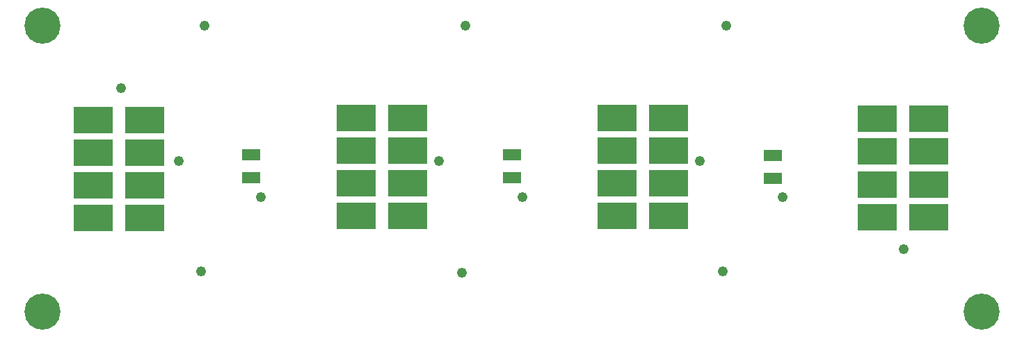
<source format=gbs>
%FSLAX25Y25*%
%MOIN*%
G70*
G01*
G75*
G04 Layer_Color=48896*
%ADD10R,0.05906X0.05906*%
%ADD11R,0.05906X0.05906*%
%ADD12C,0.02500*%
%ADD13C,0.16500*%
%ADD14C,0.04000*%
%ADD15R,0.17716X0.12205*%
%ADD16R,0.08000X0.05000*%
%ADD17C,0.05000*%
%ADD18C,0.01000*%
%ADD19C,0.01200*%
%ADD20C,0.01500*%
%ADD21R,0.04906X0.04906*%
%ADD22R,0.04906X0.04906*%
%ADD23R,0.16716X0.11205*%
%ADD24R,0.07000X0.04000*%
%ADD25R,0.06706X0.06706*%
%ADD26R,0.06706X0.06706*%
%ADD27C,0.17300*%
%ADD28C,0.04800*%
%ADD29R,0.18517X0.13005*%
%ADD30R,0.08800X0.05800*%
D27*
X912500Y812500D02*
D03*
Y950000D02*
D03*
X1362500D02*
D03*
Y812500D02*
D03*
D28*
X1325000Y842500D02*
D03*
X950000Y920000D02*
D03*
X1142500Y867500D02*
D03*
X1102500Y885000D02*
D03*
X1227500D02*
D03*
X977768D02*
D03*
X1267232Y867576D02*
D03*
X1017232D02*
D03*
X990000Y950000D02*
D03*
X1115000D02*
D03*
X1240000D02*
D03*
X1238610Y831890D02*
D03*
X1113610Y831390D02*
D03*
X988610Y831890D02*
D03*
D29*
X1337000Y905248D02*
D03*
X1312394D02*
D03*
X1337000Y889500D02*
D03*
Y873752D02*
D03*
Y858004D02*
D03*
X1312394Y889500D02*
D03*
Y873752D02*
D03*
Y858004D02*
D03*
X1212500Y905748D02*
D03*
X1187894D02*
D03*
X1212500Y890000D02*
D03*
Y874252D02*
D03*
Y858504D02*
D03*
X1187894Y890000D02*
D03*
Y874252D02*
D03*
Y858504D02*
D03*
X1087500Y905748D02*
D03*
X1062894D02*
D03*
X1087500Y890000D02*
D03*
Y874252D02*
D03*
Y858504D02*
D03*
X1062894Y890000D02*
D03*
Y874252D02*
D03*
Y858504D02*
D03*
X961500Y904748D02*
D03*
X936894D02*
D03*
X961500Y889000D02*
D03*
Y873252D02*
D03*
Y857504D02*
D03*
X936894Y889000D02*
D03*
Y873252D02*
D03*
Y857504D02*
D03*
D30*
X1262500Y876500D02*
D03*
Y887500D02*
D03*
X1012500Y877000D02*
D03*
Y888000D02*
D03*
X1137500Y877000D02*
D03*
Y888000D02*
D03*
M02*

</source>
